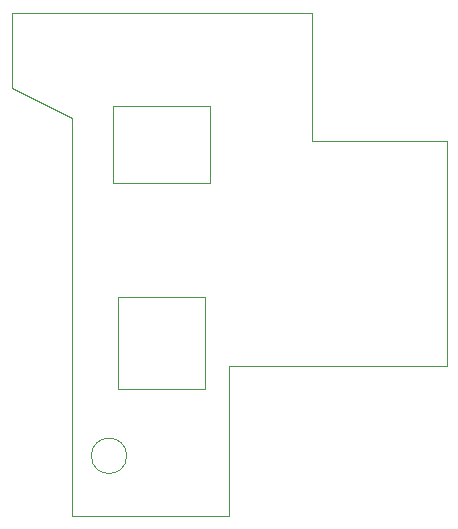
<source format=gbr>
G04 #@! TF.GenerationSoftware,KiCad,Pcbnew,7.0.5-7.0.5~ubuntu20.04.1*
G04 #@! TF.CreationDate,2023-06-26T22:48:21-07:00*
G04 #@! TF.ProjectId,encoder,656e636f-6465-4722-9e6b-696361645f70,rev?*
G04 #@! TF.SameCoordinates,Original*
G04 #@! TF.FileFunction,Profile,NP*
%FSLAX46Y46*%
G04 Gerber Fmt 4.6, Leading zero omitted, Abs format (unit mm)*
G04 Created by KiCad (PCBNEW 7.0.5-7.0.5~ubuntu20.04.1) date 2023-06-26 22:48:21*
%MOMM*%
%LPD*%
G01*
G04 APERTURE LIST*
G04 #@! TA.AperFunction,Profile*
%ADD10C,0.100000*%
G04 #@! TD*
G04 #@! TA.AperFunction,Profile*
%ADD11C,0.050000*%
G04 #@! TD*
G04 APERTURE END LIST*
D10*
X64770000Y-71755000D02*
X78105000Y-71755000D01*
X59690000Y-29210000D02*
X59690000Y-35560000D01*
X59690000Y-35560000D02*
X64770000Y-38100000D01*
X78105000Y-59055000D02*
X96520000Y-59055000D01*
X69445000Y-66675000D02*
G75*
G03*
X69445000Y-66675000I-1500000J0D01*
G01*
X78105000Y-71755000D02*
X78105000Y-59055000D01*
X64770000Y-38100000D02*
X64770000Y-71755000D01*
X85090000Y-40005000D02*
X85090000Y-29210000D01*
X96520000Y-59055000D02*
X96520000Y-40005000D01*
X96520000Y-40005000D02*
X85090000Y-40005000D01*
X85090000Y-29210000D02*
X59690000Y-29210000D01*
D11*
G04 #@! TO.C,U1*
X68290000Y-37080000D02*
X76490000Y-37080000D01*
X76490000Y-37080000D02*
X76490000Y-43580000D01*
X76490000Y-43580000D02*
X68290000Y-43580000D01*
X68290000Y-43580000D02*
X68290000Y-37080000D01*
X68690000Y-53200000D02*
X76090000Y-53200000D01*
X76090000Y-53200000D02*
X76090000Y-60980000D01*
X76090000Y-60980000D02*
X68690000Y-60980000D01*
X68690000Y-60980000D02*
X68690000Y-53200000D01*
G04 #@! TD*
M02*

</source>
